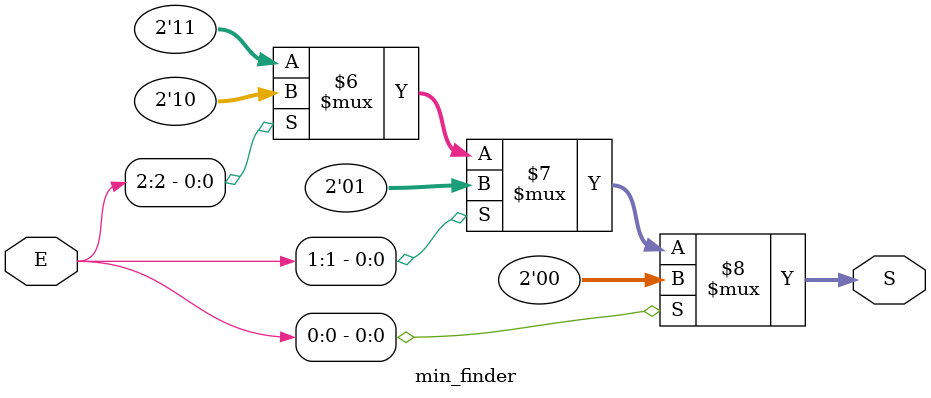
<source format=v>
module min_finder(E, S);
    input [3:0] E;
    output [1:0] S;

    assign S =  (E[0] == 1'b1) ? 2'b00 : 
                (E[1] == 1'b1) ? 2'b01 : 
                (E[2] == 1'b1) ? 2'b10 : 
                (E[3] == 1'b1) ? 2'b11 :
                2'b11;
endmodule

</source>
